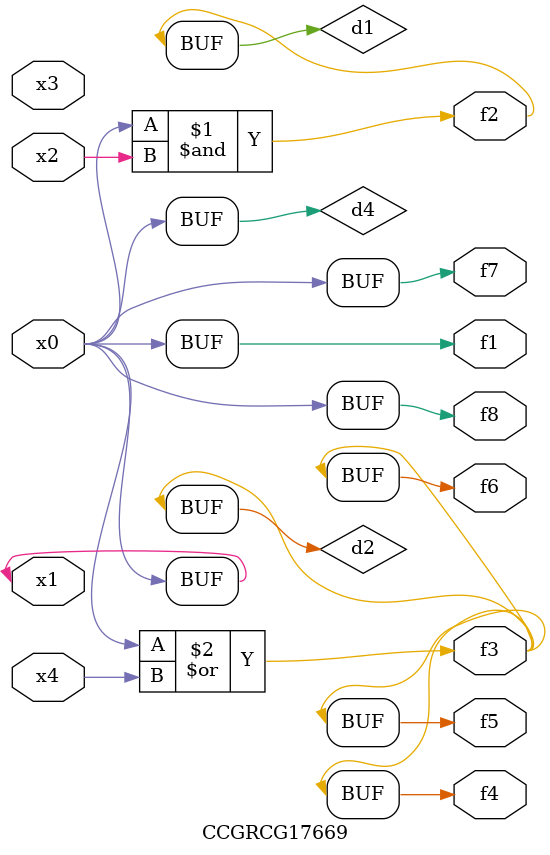
<source format=v>
module CCGRCG17669(
	input x0, x1, x2, x3, x4,
	output f1, f2, f3, f4, f5, f6, f7, f8
);

	wire d1, d2, d3, d4;

	and (d1, x0, x2);
	or (d2, x0, x4);
	nand (d3, x0, x2);
	buf (d4, x0, x1);
	assign f1 = d4;
	assign f2 = d1;
	assign f3 = d2;
	assign f4 = d2;
	assign f5 = d2;
	assign f6 = d2;
	assign f7 = d4;
	assign f8 = d4;
endmodule

</source>
